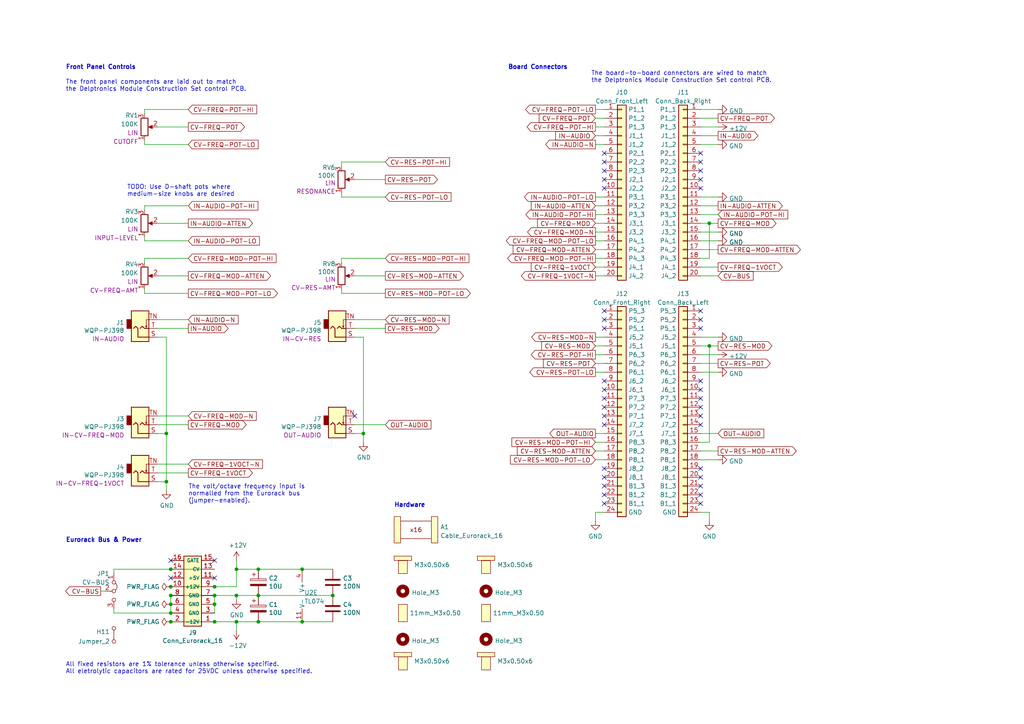
<source format=kicad_sch>
(kicad_sch (version 20211123) (generator eeschema)
  (paper "A4")
  (title_block (title "Front Panel & Power - Eurorack 4-Pole Filter") (date "2022-02-21") (rev "1.0") (company "Len Popp") (comment 1 "Copyright © 2022 Len Popp CC BY") (comment 2 "SSI2140 lowpass VCF module - Eurorack 10HP"))
  (lib_symbols
    (symbol "-lmp-holes:MountingHole_PCB_M3" (pin_names (offset 1.016)) (in_bom no)
      (property "Value" "MountingHole_PCB_M3" (at 0 3.175 0))
    )
    (symbol "-lmp-opamp:TL074" (pin_names (offset 0.127))
      (property "Reference" "U" (at 0 5.08 0))
      (property "Value" "TL074" (at 0 -5.08 0))
      (symbol "TL074_1_1"
        (pin output line (at 7.62 0 180) (length 2.54) (name "~") (number "1"))
        (pin input line (at -7.62 -2.54 0) (length 2.54) (name "-") (number "2"))
        (pin input line (at -7.62 2.54 0) (length 2.54) (name "+") (number "3"))
      )
      (symbol "TL074_2_1"
        (pin input line (at -7.62 2.54 0) (length 2.54) (name "+") (number "5"))
        (pin input line (at -7.62 -2.54 0) (length 2.54) (name "-") (number "6"))
        (pin output line (at 7.62 0 180) (length 2.54) (name "~") (number "7"))
      )
      (symbol "TL074_3_1"
        (pin input line (at -7.62 2.54 0) (length 2.54) (name "+") (number "10"))
        (pin output line (at 7.62 0 180) (length 2.54) (name "~") (number "8"))
        (pin input line (at -7.62 -2.54 0) (length 2.54) (name "-") (number "9"))
      )
      (symbol "TL074_4_1"
        (pin input line (at -7.62 2.54 0) (length 2.54) (name "+") (number "12"))
        (pin input line (at -7.62 -2.54 0) (length 2.54) (name "-") (number "13"))
        (pin output line (at 7.62 0 180) (length 2.54) (name "~") (number "14"))
      )
      (symbol "TL074_5_1"
        (pin power_in line (at -2.54 -7.62 90) (length 3.81) (name "V-") (number "11"))
        (pin power_in line (at -2.54 7.62 270) (length 3.81) (name "V+") (number "4"))
      )
    )
    (symbol "-lmp-power:+12V" (power) (pin_names (offset 0))
      (property "Value" "+12V" (at 0 3.556 0))
      (symbol "+12V_1_1"
        (pin power_in line (at 0 0 90) (length 0) hide (name "+12V") (number "1"))
      )
    )
    (symbol "-lmp-power:-12V" (power) (pin_names (offset 0))
      (property "Value" "-12V" (at 0 -3.556 0))
      (symbol "-12V_1_1"
        (pin power_in line (at 0 0 270) (length 0) hide (name "-12V") (number "1"))
      )
    )
    (symbol "-lmp-power:GND" (power) (pin_names (offset 0))
      (property "Value" "GND" (at 0 -3.81 0))
      (symbol "GND_1_1"
        (pin power_in line (at 0 0 270) (length 0) hide (name "GND") (number "1"))
      )
    )
    (symbol "-lmp-power:PWR_FLAG" (power) (pin_numbers hide) (pin_names (offset 0) hide)
      (property "Value" "PWR_FLAG" (at 0 3.81 0))
      (symbol "PWR_FLAG_0_0"
        (pin power_out line (at 0 0 90) (length 0) (name "pwr") (number "1"))
      )
    )
    (symbol "-lmp-synth:CP_10U" (pin_numbers hide) (pin_names (offset 0.254))
      (property "Reference" "C" (at 0.635 2.54 0))
      (property "Value" "CP_10U" (at 0.635 -2.54 0))
      (symbol "CP_10U_1_1"
        (pin passive line (at 0 3.81 270) (length 2.794) (name "~") (number "1"))
        (pin passive line (at 0 -3.81 90) (length 2.794) (name "~") (number "2"))
      )
    )
    (symbol "-lmp-synth:Cable_Eurorack_16" (on_board no)
      (property "Reference" "A" (at 0 8.255 0))
      (property "Value" "Cable_Eurorack_16" (at 0 5.715 0))
      (symbol "Cable_Eurorack_16_0_0"
        (text "x16" (at 0 0 0) (effects (font (size 1.27 1.27))))
      )
    )
    (symbol "-lmp-synth:Conn_Delptronics_Back_Left_8HP" (pin_names (offset 3.175)) (in_bom no)
      (property "Reference" "J" (at 0 30.48 0))
      (property "Value" "Conn_Delptronics_Back_Left_8HP" (at 0 -33.02 0))
      (symbol "Conn_Delptronics_Back_Left_8HP_1_1"
        (pin passive line (at -5.08 27.94 0) (length 3.81) (name "P5_3") (number "1"))
        (pin passive line (at -5.08 5.08 0) (length 3.81) (name "J6_1") (number "10"))
        (pin passive line (at -5.08 2.54 0) (length 3.81) (name "P7_3") (number "11"))
        (pin passive line (at -5.08 0 0) (length 3.81) (name "P7_2") (number "12"))
        (pin passive line (at -5.08 -2.54 0) (length 3.81) (name "P7_1") (number "13"))
        (pin passive line (at -5.08 -5.08 0) (length 3.81) (name "J7_2") (number "14"))
        (pin passive line (at -5.08 -7.62 0) (length 3.81) (name "J7_1") (number "15"))
        (pin passive line (at -5.08 -10.16 0) (length 3.81) (name "P8_3") (number "16"))
        (pin passive line (at -5.08 -12.7 0) (length 3.81) (name "P8_2") (number "17"))
        (pin passive line (at -5.08 -15.24 0) (length 3.81) (name "P8_1") (number "18"))
        (pin passive line (at -5.08 -17.78 0) (length 3.81) (name "J8_2") (number "19"))
        (pin passive line (at -5.08 25.4 0) (length 3.81) (name "P5_2") (number "2"))
        (pin passive line (at -5.08 -20.32 0) (length 3.81) (name "J8_1") (number "20"))
        (pin passive line (at -5.08 -22.86 0) (length 3.81) (name "B1_3") (number "21"))
        (pin passive line (at -5.08 -25.4 0) (length 3.81) (name "B1_2") (number "22"))
        (pin passive line (at -5.08 -27.94 0) (length 3.81) (name "B1_1") (number "23"))
        (pin power_in line (at -5.08 -30.48 0) (length 3.81) (name "GND") (number "24"))
        (pin passive line (at -5.08 22.86 0) (length 3.81) (name "P5_1") (number "3"))
        (pin passive line (at -5.08 20.32 0) (length 3.81) (name "J5_2") (number "4"))
        (pin passive line (at -5.08 17.78 0) (length 3.81) (name "J5_1") (number "5"))
        (pin passive line (at -5.08 15.24 0) (length 3.81) (name "P6_3") (number "6"))
        (pin passive line (at -5.08 12.7 0) (length 3.81) (name "P6_2") (number "7"))
        (pin passive line (at -5.08 10.16 0) (length 3.81) (name "P6_1") (number "8"))
        (pin passive line (at -5.08 7.62 0) (length 3.81) (name "J6_2") (number "9"))
      )
    )
    (symbol "-lmp-synth:Conn_Delptronics_Back_Right_Short" (pin_names (offset 3.175)) (in_bom no)
      (property "Reference" "J" (at 0 30.48 0))
      (property "Value" "Conn_Delptronics_Back_Right_Short" (at 0 -22.86 0))
      (symbol "Conn_Delptronics_Back_Right_Short_1_1"
        (pin passive line (at -5.08 27.94 0) (length 3.81) (name "P1_1") (number "1"))
        (pin passive line (at -5.08 5.08 0) (length 3.81) (name "J2_2") (number "10"))
        (pin passive line (at -5.08 2.54 0) (length 3.81) (name "P3_1") (number "11"))
        (pin passive line (at -5.08 0 0) (length 3.81) (name "P3_2") (number "12"))
        (pin passive line (at -5.08 -2.54 0) (length 3.81) (name "P3_3") (number "13"))
        (pin passive line (at -5.08 -5.08 0) (length 3.81) (name "J3_1") (number "14"))
        (pin passive line (at -5.08 -7.62 0) (length 3.81) (name "J3_2") (number "15"))
        (pin passive line (at -5.08 -10.16 0) (length 3.81) (name "P4_1") (number "16"))
        (pin passive line (at -5.08 -12.7 0) (length 3.81) (name "P4_2") (number "17"))
        (pin passive line (at -5.08 -15.24 0) (length 3.81) (name "P4_3") (number "18"))
        (pin passive line (at -5.08 -17.78 0) (length 3.81) (name "J4_1") (number "19"))
        (pin passive line (at -5.08 25.4 0) (length 3.81) (name "P1_2") (number "2"))
        (pin passive line (at -5.08 -20.32 0) (length 3.81) (name "J4_2") (number "20"))
        (pin passive line (at -5.08 22.86 0) (length 3.81) (name "P1_3") (number "3"))
        (pin passive line (at -5.08 20.32 0) (length 3.81) (name "J1_1") (number "4"))
        (pin passive line (at -5.08 17.78 0) (length 3.81) (name "J1_2") (number "5"))
        (pin passive line (at -5.08 15.24 0) (length 3.81) (name "P2_1") (number "6"))
        (pin passive line (at -5.08 12.7 0) (length 3.81) (name "P2_2") (number "7"))
        (pin passive line (at -5.08 10.16 0) (length 3.81) (name "P2_3") (number "8"))
        (pin passive line (at -5.08 7.62 0) (length 3.81) (name "J2_1") (number "9"))
      )
    )
    (symbol "-lmp-synth:Conn_Delptronics_Front_Left_8HP_Short" (pin_names (offset 3.175)) (in_bom no)
      (property "Reference" "J" (at 0 30.48 0))
      (property "Value" "Conn_Delptronics_Front_Left_8HP_Short" (at 0 -22.86 0))
      (symbol "Conn_Delptronics_Front_Left_8HP_Short_1_1"
        (pin passive line (at -5.08 27.94 0) (length 3.81) (name "P1_1") (number "1"))
        (pin passive line (at -5.08 5.08 0) (length 3.81) (name "J2_2") (number "10"))
        (pin passive line (at -5.08 2.54 0) (length 3.81) (name "P3_1") (number "11"))
        (pin passive line (at -5.08 0 0) (length 3.81) (name "P3_2") (number "12"))
        (pin passive line (at -5.08 -2.54 0) (length 3.81) (name "P3_3") (number "13"))
        (pin passive line (at -5.08 -5.08 0) (length 3.81) (name "J3_1") (number "14"))
        (pin passive line (at -5.08 -7.62 0) (length 3.81) (name "J3_2") (number "15"))
        (pin passive line (at -5.08 -10.16 0) (length 3.81) (name "P4_1") (number "16"))
        (pin passive line (at -5.08 -12.7 0) (length 3.81) (name "P4_2") (number "17"))
        (pin passive line (at -5.08 -15.24 0) (length 3.81) (name "P4_3") (number "18"))
        (pin passive line (at -5.08 -17.78 0) (length 3.81) (name "J4_1") (number "19"))
        (pin passive line (at -5.08 25.4 0) (length 3.81) (name "P1_2") (number "2"))
        (pin passive line (at -5.08 -20.32 0) (length 3.81) (name "J4_2") (number "20"))
        (pin passive line (at -5.08 22.86 0) (length 3.81) (name "P1_3") (number "3"))
        (pin passive line (at -5.08 20.32 0) (length 3.81) (name "J1_1") (number "4"))
        (pin passive line (at -5.08 17.78 0) (length 3.81) (name "J1_2") (number "5"))
        (pin passive line (at -5.08 15.24 0) (length 3.81) (name "P2_1") (number "6"))
        (pin passive line (at -5.08 12.7 0) (length 3.81) (name "P2_2") (number "7"))
        (pin passive line (at -5.08 10.16 0) (length 3.81) (name "P2_3") (number "8"))
        (pin passive line (at -5.08 7.62 0) (length 3.81) (name "J2_1") (number "9"))
      )
    )
    (symbol "-lmp-synth:Conn_Delptronics_Front_Right_8HP" (pin_names (offset 3.175)) (in_bom no)
      (property "Reference" "J" (at 0 30.48 0))
      (property "Value" "Conn_Delptronics_Front_Right_8HP" (at 0 -33.02 0))
      (symbol "Conn_Delptronics_Front_Right_8HP_1_1"
        (pin passive line (at -5.08 27.94 0) (length 3.81) (name "P5_3") (number "1"))
        (pin passive line (at -5.08 5.08 0) (length 3.81) (name "J6_1") (number "10"))
        (pin passive line (at -5.08 2.54 0) (length 3.81) (name "P7_3") (number "11"))
        (pin passive line (at -5.08 0 0) (length 3.81) (name "P7_2") (number "12"))
        (pin passive line (at -5.08 -2.54 0) (length 3.81) (name "P7_1") (number "13"))
        (pin passive line (at -5.08 -5.08 0) (length 3.81) (name "J7_2") (number "14"))
        (pin passive line (at -5.08 -7.62 0) (length 3.81) (name "J7_1") (number "15"))
        (pin passive line (at -5.08 -10.16 0) (length 3.81) (name "P8_3") (number "16"))
        (pin passive line (at -5.08 -12.7 0) (length 3.81) (name "P8_2") (number "17"))
        (pin passive line (at -5.08 -15.24 0) (length 3.81) (name "P8_1") (number "18"))
        (pin passive line (at -5.08 -17.78 0) (length 3.81) (name "J8_2") (number "19"))
        (pin passive line (at -5.08 25.4 0) (length 3.81) (name "P5_2") (number "2"))
        (pin passive line (at -5.08 -20.32 0) (length 3.81) (name "J8_1") (number "20"))
        (pin passive line (at -5.08 -22.86 0) (length 3.81) (name "B1_3") (number "21"))
        (pin passive line (at -5.08 -25.4 0) (length 3.81) (name "B1_2") (number "22"))
        (pin passive line (at -5.08 -27.94 0) (length 3.81) (name "B1_1") (number "23"))
        (pin power_in line (at -5.08 -30.48 0) (length 3.81) (name "GND") (number "24"))
        (pin passive line (at -5.08 22.86 0) (length 3.81) (name "P5_1") (number "3"))
        (pin passive line (at -5.08 20.32 0) (length 3.81) (name "J5_2") (number "4"))
        (pin passive line (at -5.08 17.78 0) (length 3.81) (name "J5_1") (number "5"))
        (pin passive line (at -5.08 15.24 0) (length 3.81) (name "P6_3") (number "6"))
        (pin passive line (at -5.08 12.7 0) (length 3.81) (name "P6_2") (number "7"))
        (pin passive line (at -5.08 10.16 0) (length 3.81) (name "P6_1") (number "8"))
        (pin passive line (at -5.08 7.62 0) (length 3.81) (name "J6_2") (number "9"))
      )
    )
    (symbol "-lmp-synth:Conn_Eurorack_Pwr_16"
      (property "Reference" "J" (at 1.27 10.16 0))
      (property "Value" "Conn_Eurorack_Pwr_16" (at 1.27 -12.7 0))
      (symbol "Conn_Eurorack_Pwr_16_1_1"
        (pin power_in line (at 7.62 -10.16 180) (length 3.81) (name "-12V") (number "1"))
        (pin power_in line (at -5.08 0 0) (length 3.81) (name "~") (number "10"))
        (pin power_in line (at 7.62 2.54 180) (length 3.81) (name "+5V") (number "11"))
        (pin power_in line (at -5.08 2.54 0) (length 3.81) (name "~") (number "12"))
        (pin bidirectional line (at 7.62 5.08 180) (length 3.81) (name "CV") (number "13"))
        (pin bidirectional line (at -5.08 5.08 0) (length 3.81) (name "~") (number "14"))
        (pin bidirectional line (at 7.62 7.62 180) (length 3.81) (name "GATE") (number "15"))
        (pin bidirectional line (at -5.08 7.62 0) (length 3.81) (name "~") (number "16"))
        (pin power_in line (at -5.08 -10.16 0) (length 3.81) (name "~") (number "2"))
        (pin power_in line (at 7.62 -7.62 180) (length 3.81) (name "GND") (number "3"))
        (pin power_in line (at -5.08 -7.62 0) (length 3.81) (name "~") (number "4"))
        (pin power_in line (at 7.62 -5.08 180) (length 3.81) (name "GND") (number "5"))
        (pin power_in line (at -5.08 -5.08 0) (length 3.81) (name "~") (number "6"))
        (pin power_in line (at 7.62 -2.54 180) (length 3.81) (name "GND") (number "7"))
        (pin power_in line (at -5.08 -2.54 0) (length 3.81) (name "~") (number "8"))
        (pin power_in line (at 7.62 0 180) (length 3.81) (name "+12V") (number "9"))
      )
    )
    (symbol "-lmp-synth:HW_Screw_M3x0.50x6" (pin_names (offset 1.016)) (on_board no)
      (property "Value" "HW_Screw_M3x0.50x6" (at 0 -5.08 0))
    )
    (symbol "-lmp-synth:HW_Standoff_F-F_11mm_M3x0.50" (pin_names (offset 1.016)) (on_board no)
      (property "Value" "HW_Standoff_F-F_11mm_M3x0.50" (at 0 -3.81 0))
    )
    (symbol "-lmp-synth:Jack_WQP-PJ398"
      (property "Reference" "J" (at 0 10.033 0))
      (property "Value" "Jack_WQP-PJ398" (at 0 7.62 0))
      (property "Label" "[label]" (at 0 5.207 0))
      (symbol "Jack_WQP-PJ398_1_1"
        (pin passive line (at 5.08 2.54 180) (length 2.54) (name "~") (number "S"))
        (pin passive line (at 5.08 0 180) (length 2.54) (name "~") (number "T"))
        (pin passive line (at 5.08 -2.54 180) (length 2.54) (name "~") (number "TN"))
      )
    )
    (symbol "-lmp-synth:R_POT_Panel_PCB_Alpha" (pin_names (offset 1.016) hide)
      (property "Reference" "RV" (at -9.144 0 90))
      (property "Value" "R_POT_Panel_PCB_Alpha" (at -7.239 0 90))
      (property "Value2" "[LIN/LOG]" (at -5.207 0 90))
      (property "Label" "[label]" (at -3.175 0 90))
      (symbol "R_POT_Panel_PCB_Alpha_1_1"
        (pin passive line (at 0 3.81 270) (length 1.27) (name "1") (number "1"))
        (pin passive line (at 3.81 0 180) (length 1.27) (name "2") (number "2"))
        (pin passive line (at 0 -3.81 90) (length 1.27) (name "3") (number "3"))
      )
    )
    (symbol "-lmp-synth:R_POT_TRIM_Panel_SongHuei" (pin_names (offset 1.016) hide)
      (property "Reference" "RV" (at -9.144 0 90))
      (property "Value" "R_POT_TRIM_Panel_SongHuei" (at -7.239 0 90))
      (property "Value2" "[LIN/LOG]" (at -5.207 0 90))
      (property "Label" "[label]" (at -3.175 0 90))
      (symbol "R_POT_TRIM_Panel_SongHuei_1_1"
        (pin passive line (at 0 3.81 270) (length 1.27) (name "1") (number "1"))
        (pin passive line (at 3.81 0 180) (length 1.27) (name "2") (number "2"))
        (pin passive line (at 0 -3.81 90) (length 1.27) (name "3") (number "3"))
      )
    )
    (symbol "-lmp:CC_100N" (pin_numbers hide) (pin_names (offset 0.254))
      (property "Reference" "C" (at 0.635 2.54 0))
      (property "Value" "CC_100N" (at 0.635 -2.54 0))
      (symbol "CC_100N_1_1"
        (pin passive line (at 0 3.81 270) (length 2.794) (name "~") (number "1"))
        (pin passive line (at 0 -3.81 90) (length 2.794) (name "~") (number "2"))
      )
    )
    (symbol "-lmp:Jumper_2" (pin_names (offset 0) hide) (on_board no)
      (property "Reference" "H" (at 0 2.54 0))
      (property "Value" "Jumper_2" (at 0 -2.286 0))
    )
    (symbol "-lmp:Jumper_Pins_3_Bridged12" (pin_names (offset 0) hide)
      (property "Reference" "JP" (at -2.54 -2.54 0))
      (property "Value" "Jumper_Pins_3_Bridged12" (at 0 2.794 0))
      (symbol "Jumper_Pins_3_Bridged12_1_1"
        (pin passive line (at -5.08 0 0) (length 2.032) (name "A") (number "1"))
        (pin input line (at 0 -2.54 90) (length 1.27) (name "C") (number "2"))
        (pin passive line (at 5.08 0 180) (length 2.032) (name "B") (number "3"))
      )
    )
  )
  (junction (at 62.23 170.18))
  (junction (at 205.74 64.77))
  (junction (at 74.93 165.1))
  (junction (at 48.26 125.73))
  (junction (at 105.41 125.73))
  (junction (at 62.23 180.34))
  (junction (at 49.53 175.26))
  (junction (at 62.23 175.26))
  (junction (at 62.23 172.72))
  (junction (at 48.26 139.7))
  (junction (at 87.63 180.34))
  (junction (at 49.53 172.72))
  (junction (at 74.93 180.34))
  (junction (at 49.53 180.34))
  (junction (at 205.74 100.33))
  (junction (at 49.53 170.18))
  (junction (at 49.53 177.8))
  (junction (at 49.53 165.1))
  (junction (at 96.52 172.72))
  (junction (at 68.58 172.72))
  (junction (at 87.63 165.1))
  (junction (at 68.58 165.1))
  (junction (at 74.93 172.72))
  (junction (at 68.58 180.34))
  (no_connect (at 203.2 115.57))
  (no_connect (at 203.2 54.61))
  (no_connect (at 49.53 167.64))
  (no_connect (at 175.26 113.03))
  (no_connect (at 203.2 90.17))
  (no_connect (at 203.2 140.97))
  (no_connect (at 203.2 52.07))
  (no_connect (at 203.2 135.89))
  (no_connect (at 203.2 123.19))
  (no_connect (at 175.26 123.19))
  (no_connect (at 203.2 110.49))
  (no_connect (at 175.26 90.17))
  (no_connect (at 175.26 92.71))
  (no_connect (at 175.26 95.25))
  (no_connect (at 203.2 120.65))
  (no_connect (at 62.23 167.64))
  (no_connect (at 175.26 110.49))
  (no_connect (at 175.26 54.61))
  (no_connect (at 203.2 44.45))
  (no_connect (at 62.23 162.56))
  (no_connect (at 175.26 115.57))
  (no_connect (at 203.2 95.25))
  (no_connect (at 49.53 162.56))
  (no_connect (at 175.26 143.51))
  (no_connect (at 175.26 52.07))
  (no_connect (at 203.2 92.71))
  (no_connect (at 203.2 49.53))
  (no_connect (at 203.2 113.03))
  (no_connect (at 203.2 143.51))
  (no_connect (at 203.2 46.99))
  (no_connect (at 175.26 118.11))
  (no_connect (at 175.26 49.53))
  (no_connect (at 175.26 135.89))
  (no_connect (at 203.2 138.43))
  (no_connect (at 175.26 138.43))
  (no_connect (at 203.2 146.05))
  (no_connect (at 175.26 120.65))
  (no_connect (at 102.87 120.65))
  (no_connect (at 175.26 44.45))
  (no_connect (at 175.26 46.99))
  (no_connect (at 203.2 118.11))
  (no_connect (at 175.26 146.05))
  (no_connect (at 175.26 140.97))
  (wire (pts (xy 68.58 180.34) (xy 74.93 180.34)))
  (wire (pts (xy 45.72 120.65) (xy 54.61 120.65)))
  (wire (pts (xy 33.02 165.1) (xy 49.53 165.1)))
  (wire (pts (xy 203.2 128.27) (xy 205.74 128.27)))
  (wire (pts (xy 87.63 180.34) (xy 96.52 180.34)))
  (wire (pts (xy 203.2 64.77) (xy 205.74 64.77)))
  (wire (pts (xy 41.91 40.64) (xy 41.91 41.91)))
  (wire (pts (xy 74.93 180.34) (xy 87.63 180.34)))
  (wire (pts (xy 48.26 139.7) (xy 48.26 142.24)))
  (wire (pts (xy 172.72 148.59) (xy 175.26 148.59)))
  (wire (pts (xy 41.91 59.69) (xy 41.91 60.96)))
  (wire (pts (xy 172.72 74.93) (xy 175.26 74.93)))
  (wire (pts (xy 68.58 172.72) (xy 68.58 173.99)))
  (wire (pts (xy 203.2 62.23) (xy 208.28 62.23)))
  (wire (pts (xy 203.2 72.39) (xy 208.28 72.39)))
  (wire (pts (xy 203.2 41.91) (xy 208.28 41.91)))
  (wire (pts (xy 87.63 165.1) (xy 96.52 165.1)))
  (wire (pts (xy 99.06 46.99) (xy 111.76 46.99)))
  (wire (pts (xy 172.72 69.85) (xy 175.26 69.85)))
  (wire (pts (xy 62.23 177.8) (xy 62.23 175.26)))
  (wire (pts (xy 41.91 31.75) (xy 54.61 31.75)))
  (wire (pts (xy 203.2 80.01) (xy 208.28 80.01)))
  (wire (pts (xy 41.91 74.93) (xy 41.91 76.2)))
  (wire (pts (xy 102.87 80.01) (xy 111.76 80.01)))
  (wire (pts (xy 203.2 77.47) (xy 208.28 77.47)))
  (wire (pts (xy 172.72 125.73) (xy 175.26 125.73)))
  (wire (pts (xy 49.53 175.26) (xy 49.53 172.72)))
  (wire (pts (xy 172.72 80.01) (xy 175.26 80.01)))
  (wire (pts (xy 74.93 172.72) (xy 96.52 172.72)))
  (wire (pts (xy 45.72 80.01) (xy 54.61 80.01)))
  (wire (pts (xy 203.2 125.73) (xy 208.28 125.73)))
  (wire (pts (xy 99.06 85.09) (xy 99.06 83.82)))
  (wire (pts (xy 62.23 172.72) (xy 68.58 172.72)))
  (wire (pts (xy 172.72 57.15) (xy 175.26 57.15)))
  (wire (pts (xy 172.72 130.81) (xy 175.26 130.81)))
  (wire (pts (xy 203.2 69.85) (xy 208.28 69.85)))
  (wire (pts (xy 172.72 100.33) (xy 175.26 100.33)))
  (wire (pts (xy 102.87 125.73) (xy 105.41 125.73)))
  (wire (pts (xy 48.26 97.79) (xy 48.26 125.73)))
  (wire (pts (xy 203.2 97.79) (xy 208.28 97.79)))
  (wire (pts (xy 205.74 100.33) (xy 208.28 100.33)))
  (wire (pts (xy 45.72 36.83) (xy 54.61 36.83)))
  (wire (pts (xy 68.58 165.1) (xy 74.93 165.1)))
  (wire (pts (xy 172.72 107.95) (xy 175.26 107.95)))
  (wire (pts (xy 102.87 52.07) (xy 111.76 52.07)))
  (wire (pts (xy 45.72 123.19) (xy 54.61 123.19)))
  (wire (pts (xy 172.72 67.31) (xy 175.26 67.31)))
  (wire (pts (xy 172.72 34.29) (xy 175.26 34.29)))
  (wire (pts (xy 62.23 172.72) (xy 62.23 175.26)))
  (wire (pts (xy 41.91 85.09) (xy 41.91 83.82)))
  (wire (pts (xy 45.72 97.79) (xy 48.26 97.79)))
  (wire (pts (xy 203.2 31.75) (xy 208.28 31.75)))
  (wire (pts (xy 172.72 128.27) (xy 175.26 128.27)))
  (wire (pts (xy 49.53 180.34) (xy 62.23 180.34)))
  (wire (pts (xy 203.2 57.15) (xy 208.28 57.15)))
  (wire (pts (xy 102.87 97.79) (xy 105.41 97.79)))
  (wire (pts (xy 203.2 39.37) (xy 208.28 39.37)))
  (wire (pts (xy 205.74 100.33) (xy 205.74 128.27)))
  (wire (pts (xy 172.72 59.69) (xy 175.26 59.69)))
  (wire (pts (xy 99.06 48.26) (xy 99.06 46.99)))
  (wire (pts (xy 45.72 64.77) (xy 54.61 64.77)))
  (wire (pts (xy 203.2 59.69) (xy 208.28 59.69)))
  (wire (pts (xy 49.53 165.1) (xy 62.23 165.1)))
  (wire (pts (xy 33.02 165.1) (xy 33.02 166.37)))
  (wire (pts (xy 203.2 130.81) (xy 208.28 130.81)))
  (wire (pts (xy 203.2 36.83) (xy 208.28 36.83)))
  (wire (pts (xy 172.72 77.47) (xy 175.26 77.47)))
  (wire (pts (xy 45.72 139.7) (xy 48.26 139.7)))
  (wire (pts (xy 203.2 102.87) (xy 208.28 102.87)))
  (wire (pts (xy 172.72 64.77) (xy 175.26 64.77)))
  (wire (pts (xy 45.72 95.25) (xy 54.61 95.25)))
  (wire (pts (xy 172.72 39.37) (xy 175.26 39.37)))
  (wire (pts (xy 41.91 74.93) (xy 54.61 74.93)))
  (wire (pts (xy 45.72 125.73) (xy 48.26 125.73)))
  (wire (pts (xy 203.2 133.35) (xy 208.28 133.35)))
  (wire (pts (xy 102.87 95.25) (xy 111.76 95.25)))
  (wire (pts (xy 49.53 172.72) (xy 62.23 172.72)))
  (wire (pts (xy 41.91 41.91) (xy 54.61 41.91)))
  (wire (pts (xy 205.74 64.77) (xy 205.74 74.93)))
  (wire (pts (xy 29.21 171.45) (xy 30.48 171.45)))
  (wire (pts (xy 99.06 55.88) (xy 99.06 57.15)))
  (wire (pts (xy 33.02 177.8) (xy 33.02 176.53)))
  (wire (pts (xy 172.72 31.75) (xy 175.26 31.75)))
  (wire (pts (xy 172.72 36.83) (xy 175.26 36.83)))
  (wire (pts (xy 203.2 67.31) (xy 208.28 67.31)))
  (wire (pts (xy 68.58 182.88) (xy 68.58 180.34)))
  (wire (pts (xy 99.06 85.09) (xy 111.76 85.09)))
  (wire (pts (xy 102.87 123.19) (xy 111.76 123.19)))
  (wire (pts (xy 33.02 177.8) (xy 49.53 177.8)))
  (wire (pts (xy 49.53 177.8) (xy 49.53 175.26)))
  (wire (pts (xy 172.72 133.35) (xy 175.26 133.35)))
  (wire (pts (xy 203.2 107.95) (xy 208.28 107.95)))
  (wire (pts (xy 205.74 151.13) (xy 205.74 148.59)))
  (wire (pts (xy 172.72 151.13) (xy 172.72 148.59)))
  (wire (pts (xy 41.91 69.85) (xy 41.91 68.58)))
  (wire (pts (xy 41.91 33.02) (xy 41.91 31.75)))
  (wire (pts (xy 105.41 97.79) (xy 105.41 125.73)))
  (wire (pts (xy 41.91 59.69) (xy 54.61 59.69)))
  (wire (pts (xy 74.93 165.1) (xy 87.63 165.1)))
  (wire (pts (xy 172.72 102.87) (xy 175.26 102.87)))
  (wire (pts (xy 172.72 72.39) (xy 175.26 72.39)))
  (wire (pts (xy 172.72 97.79) (xy 175.26 97.79)))
  (wire (pts (xy 62.23 170.18) (xy 49.53 170.18)))
  (wire (pts (xy 62.23 170.18) (xy 68.58 170.18)))
  (wire (pts (xy 203.2 74.93) (xy 205.74 74.93)))
  (wire (pts (xy 48.26 139.7) (xy 48.26 125.73)))
  (wire (pts (xy 172.72 62.23) (xy 175.26 62.23)))
  (wire (pts (xy 205.74 148.59) (xy 203.2 148.59)))
  (wire (pts (xy 41.91 69.85) (xy 54.61 69.85)))
  (wire (pts (xy 41.91 85.09) (xy 54.61 85.09)))
  (wire (pts (xy 102.87 92.71) (xy 111.76 92.71)))
  (wire (pts (xy 45.72 92.71) (xy 54.61 92.71)))
  (wire (pts (xy 203.2 105.41) (xy 208.28 105.41)))
  (wire (pts (xy 205.74 64.77) (xy 208.28 64.77)))
  (wire (pts (xy 45.72 137.16) (xy 54.61 137.16)))
  (wire (pts (xy 172.72 105.41) (xy 175.26 105.41)))
  (wire (pts (xy 99.06 76.2) (xy 99.06 74.93)))
  (wire (pts (xy 45.72 134.62) (xy 54.61 134.62)))
  (wire (pts (xy 99.06 57.15) (xy 111.76 57.15)))
  (wire (pts (xy 203.2 100.33) (xy 205.74 100.33)))
  (wire (pts (xy 105.41 125.73) (xy 105.41 128.27)))
  (wire (pts (xy 62.23 180.34) (xy 68.58 180.34)))
  (wire (pts (xy 68.58 165.1) (xy 68.58 170.18)))
  (wire (pts (xy 203.2 34.29) (xy 208.28 34.29)))
  (wire (pts (xy 99.06 74.93) (xy 111.76 74.93)))
  (wire (pts (xy 172.72 41.91) (xy 175.26 41.91)))
  (wire (pts (xy 68.58 165.1) (xy 68.58 162.56)))
  (wire (pts (xy 68.58 172.72) (xy 74.93 172.72)))
  (text "Hardware" (at 114.3 147.32 0) (effects (font (size 1.27 1.27) (thickness 0.254) bold) (justify left bottom)))
  (text "All fixed resistors are 1% tolerance unless otherwise specified.\nAll eletrolytic capacitors are rated for 25VDC unless otherwise specified." (at 19.05 195.58 0) (effects (font (size 1.27 1.27)) (justify left bottom)))
  (text "The front panel components are laid out to match \nthe Delptronics Module Construction Set control PCB." (at 19.05 26.67 0) (effects (font (size 1.27 1.27)) (justify left bottom)))
  (text "Front Panel Controls" (at 19.05 20.32 0) (effects (font (size 1.27 1.27) (thickness 0.254) bold) (justify left bottom)))
  (text "Board Connectors" (at 147.32 20.32 0) (effects (font (size 1.27 1.27) (thickness 0.254) bold) (justify left bottom)))
  (text "The board-to-board connectors are wired to match \nthe Delptronics Module Construction Set control PCB." (at 171.45 24.13 0) (effects (font (size 1.27 1.27)) (justify left bottom)))
  (text "The volt/octave frequency input is \nnormalled from the Eurorack bus \n(jumper-enabled)." (at 54.61 146.05 0) (effects (font (size 1.27 1.27)) (justify left bottom)))
  (text "Eurorack Bus & Power" (at 19.05 157.48 0) (effects (font (size 1.27 1.27) (thickness 0.254) bold) (justify left bottom)))
  (text "TODO: Use D-shaft pots where \nmedium-size knobs are desired" (at 36.83 57.15 0) (effects (font (size 1.27 1.27)) (justify left bottom)))
  (global_label "CV-RES-POT-LO" (shape input) (at 111.76 57.15 0) (property "Intersheet References" "${INTERSHEET_REFS}" (effects hide)))
  (global_label "CV-RES-MOD-ATTEN" (shape input) (at 172.72 130.81 180) (property "Intersheet References" "${INTERSHEET_REFS}" (effects hide)))
  (global_label "CV-RES-MOD" (shape output) (at 111.76 95.25 0) (property "Intersheet References" "${INTERSHEET_REFS}" (effects hide)))
  (global_label "CV-FREQ-POT" (shape output) (at 54.61 36.83 0) (property "Intersheet References" "${INTERSHEET_REFS}" (effects hide)))
  (global_label "CV-RES-MOD" (shape input) (at 172.72 100.33 180) (property "Intersheet References" "${INTERSHEET_REFS}" (effects hide)))
  (global_label "CV-FREQ-MOD" (shape output) (at 54.61 123.19 0) (property "Intersheet References" "${INTERSHEET_REFS}" (effects hide)))
  (global_label "IN-AUDIO-POT-LO" (shape input) (at 54.61 69.85 0) (property "Intersheet References" "${INTERSHEET_REFS}" (effects hide)))
  (global_label "CV-RES-POT-LO" (shape output) (at 172.72 107.95 180) (property "Intersheet References" "${INTERSHEET_REFS}" (effects hide)))
  (global_label "CV-FREQ-POT" (shape input) (at 172.72 34.29 180) (property "Intersheet References" "${INTERSHEET_REFS}" (effects hide)))
  (global_label "CV-FREQ-1VOCT-N" (shape input) (at 54.61 134.62 0) (property "Intersheet References" "${INTERSHEET_REFS}" (effects hide)))
  (global_label "CV-FREQ-MOD-POT-HI" (shape input) (at 54.61 74.93 0) (property "Intersheet References" "${INTERSHEET_REFS}" (effects hide)))
  (global_label "IN-AUDIO-POT-HI" (shape input) (at 54.61 59.69 0) (property "Intersheet References" "${INTERSHEET_REFS}" (effects hide)))
  (global_label "CV-RES-MOD-POT-LO" (shape output) (at 111.76 85.09 0) (property "Intersheet References" "${INTERSHEET_REFS}" (effects hide)))
  (global_label "CV-RES-POT" (shape input) (at 172.72 105.41 180) (property "Intersheet References" "${INTERSHEET_REFS}" (effects hide)))
  (global_label "CV-RES-MOD-N" (shape output) (at 172.72 97.79 180) (property "Intersheet References" "${INTERSHEET_REFS}" (effects hide)))
  (global_label "CV-FREQ-POT-HI" (shape input) (at 54.61 31.75 0) (property "Intersheet References" "${INTERSHEET_REFS}" (effects hide)))
  (global_label "CV-RES-POT" (shape output) (at 111.76 52.07 0) (property "Intersheet References" "${INTERSHEET_REFS}" (effects hide)))
  (global_label "CV-FREQ-MOD-POT-HI" (shape output) (at 172.72 74.93 180) (property "Intersheet References" "${INTERSHEET_REFS}" (effects hide)))
  (global_label "CV-FREQ-1VOCT" (shape input) (at 172.72 77.47 180) (property "Intersheet References" "${INTERSHEET_REFS}" (effects hide)))
  (global_label "CV-FREQ-MOD" (shape input) (at 172.72 64.77 180) (property "Intersheet References" "${INTERSHEET_REFS}" (effects hide)))
  (global_label "CV-FREQ-MOD-N" (shape output) (at 172.72 67.31 180) (property "Intersheet References" "${INTERSHEET_REFS}" (effects hide)))
  (global_label "IN-AUDIO-ATTEN" (shape input) (at 172.72 59.69 180) (property "Intersheet References" "${INTERSHEET_REFS}" (effects hide)))
  (global_label "IN-AUDIO-POT-LO" (shape output) (at 172.72 57.15 180) (property "Intersheet References" "${INTERSHEET_REFS}" (effects hide)))
  (global_label "CV-FREQ-1VOCT" (shape output) (at 208.28 77.47 0) (property "Intersheet References" "${INTERSHEET_REFS}" (effects hide)))
  (global_label "IN-AUDIO" (shape input) (at 172.72 39.37 180) (property "Intersheet References" "${INTERSHEET_REFS}" (effects hide)))
  (global_label "CV-RES-POT" (shape output) (at 208.28 105.41 0) (property "Intersheet References" "${INTERSHEET_REFS}" (effects hide)))
  (global_label "CV-RES-POT-HI" (shape output) (at 172.72 102.87 180) (property "Intersheet References" "${INTERSHEET_REFS}" (effects hide)))
  (global_label "IN-AUDIO" (shape output) (at 54.61 95.25 0) (property "Intersheet References" "${INTERSHEET_REFS}" (effects hide)))
  (global_label "OUT-AUDIO" (shape input) (at 208.28 125.73 0) (property "Intersheet References" "${INTERSHEET_REFS}" (effects hide)))
  (global_label "IN-AUDIO-POT-HI" (shape input) (at 208.28 62.23 0) (property "Intersheet References" "${INTERSHEET_REFS}" (effects hide)))
  (global_label "IN-AUDIO-ATTEN" (shape output) (at 54.61 64.77 0) (property "Intersheet References" "${INTERSHEET_REFS}" (effects hide)))
  (global_label "CV-FREQ-POT-LO" (shape input) (at 54.61 41.91 0) (property "Intersheet References" "${INTERSHEET_REFS}" (effects hide)))
  (global_label "CV-RES-MOD-POT-HI" (shape input) (at 111.76 74.93 0) (property "Intersheet References" "${INTERSHEET_REFS}" (effects hide)))
  (global_label "IN-AUDIO-N" (shape input) (at 54.61 92.71 0) (property "Intersheet References" "${INTERSHEET_REFS}" (effects hide)))
  (global_label "CV-FREQ-POT-HI" (shape output) (at 172.72 36.83 180) (property "Intersheet References" "${INTERSHEET_REFS}" (effects hide)))
  (global_label "CV-FREQ-MOD-ATTEN" (shape output) (at 54.61 80.01 0) (property "Intersheet References" "${INTERSHEET_REFS}" (effects hide)))
  (global_label "CV-RES-MOD-ATTEN" (shape output) (at 111.76 80.01 0) (property "Intersheet References" "${INTERSHEET_REFS}" (effects hide)))
  (global_label "CV-BUS" (shape input) (at 208.28 80.01 0) (property "Intersheet References" "${INTERSHEET_REFS}" (effects hide)))
  (global_label "CV-BUS" (shape output) (at 29.21 171.45 180) (property "Intersheet References" "${INTERSHEET_REFS}" (effects hide)))
  (global_label "CV-FREQ-MOD-POT-LO" (shape output) (at 54.61 85.09 0) (property "Intersheet References" "${INTERSHEET_REFS}" (effects hide)))
  (global_label "OUT-AUDIO" (shape output) (at 172.72 125.73 180) (property "Intersheet References" "${INTERSHEET_REFS}" (effects hide)))
  (global_label "CV-FREQ-POT" (shape output) (at 208.28 34.29 0) (property "Intersheet References" "${INTERSHEET_REFS}" (effects hide)))
  (global_label "OUT-AUDIO" (shape input) (at 111.76 123.19 0) (property "Intersheet References" "${INTERSHEET_REFS}" (effects hide)))
  (global_label "CV-FREQ-MOD-POT-LO" (shape output) (at 172.72 69.85 180) (property "Intersheet References" "${INTERSHEET_REFS}" (effects hide)))
  (global_label "CV-FREQ-POT-LO" (shape output) (at 172.72 31.75 180) (property "Intersheet References" "${INTERSHEET_REFS}" (effects hide)))
  (global_label "IN-AUDIO-N" (shape output) (at 172.72 41.91 180) (property "Intersheet References" "${INTERSHEET_REFS}" (effects hide)))
  (global_label "CV-FREQ-MOD" (shape output) (at 208.28 64.77 0) (property "Intersheet References" "${INTERSHEET_REFS}" (effects hide)))
  (global_label "CV-RES-POT-HI" (shape input) (at 111.76 46.99 0) (property "Intersheet References" "${INTERSHEET_REFS}" (effects hide)))
  (global_label "IN-AUDIO-ATTEN" (shape output) (at 208.28 59.69 0) (property "Intersheet References" "${INTERSHEET_REFS}" (effects hide)))
  (global_label "CV-RES-MOD" (shape output) (at 208.28 100.33 0) (property "Intersheet References" "${INTERSHEET_REFS}" (effects hide)))
  (global_label "CV-FREQ-1VOCT" (shape output) (at 54.61 137.16 0) (property "Intersheet References" "${INTERSHEET_REFS}" (effects hide)))
  (global_label "CV-FREQ-MOD-ATTEN" (shape output) (at 208.28 72.39 0) (property "Intersheet References" "${INTERSHEET_REFS}" (effects hide)))
  (global_label "CV-RES-MOD-ATTEN" (shape output) (at 208.28 130.81 0) (property "Intersheet References" "${INTERSHEET_REFS}" (effects hide)))
  (global_label "CV-RES-MOD-N" (shape input) (at 111.76 92.71 0) (property "Intersheet References" "${INTERSHEET_REFS}" (effects hide)))
  (global_label "IN-AUDIO-POT-HI" (shape output) (at 172.72 62.23 180) (property "Intersheet References" "${INTERSHEET_REFS}" (effects hide)))
  (global_label "CV-FREQ-MOD-N" (shape input) (at 54.61 120.65 0) (property "Intersheet References" "${INTERSHEET_REFS}" (effects hide)))
  (global_label "CV-FREQ-1VOCT-N" (shape output) (at 172.72 80.01 180) (property "Intersheet References" "${INTERSHEET_REFS}" (effects hide)))
  (global_label "CV-FREQ-MOD-ATTEN" (shape input) (at 172.72 72.39 180) (property "Intersheet References" "${INTERSHEET_REFS}" (effects hide)))
  (global_label "CV-RES-MOD-POT-LO" (shape input) (at 172.72 133.35 180) (property "Intersheet References" "${INTERSHEET_REFS}" (effects hide)))
  (global_label "IN-AUDIO" (shape output) (at 208.28 39.37 0) (property "Intersheet References" "${INTERSHEET_REFS}" (effects hide)))
  (global_label "CV-RES-MOD-POT-HI" (shape input) (at 172.72 128.27 180) (property "Intersheet References" "${INTERSHEET_REFS}" (effects hide)))
  (symbol (lib_id "-lmp-synth:Conn_Eurorack_Pwr_16") (at 54.61 170.18 0) (unit 1)
    (property "Reference" "J9" (at 55.88 183.515 0))
    (property "Value" "Conn_Eurorack_16" (at 55.88 185.8264 0))
    (property "Footprint" "-lmp-synth:IDC-Header-Eurorack-16-TH" (effects hide))
    (property "Datasheet" "https://www.mouser.ca/datasheet/2/445/61201621621-1717735.pdf" (effects hide))
    (property "Manufacturer" "Wurth Elektronik" (effects hide))
    (property "ManufacturerPartNum" "61201621621" (effects hide))
    (property "Distributor" "Mouser" (effects hide))
    (property "DistributorPartNum" "710-61201621621" (effects hide))
    (property "DistributorPartLink" "https://www.mouser.ca/ProductDetail/Wurth-Elektronik/61201621621?qs=ZtY9WdtwX55qFf4n3EFuaA%3D%3D" (effects hide))
  )
  (symbol (lib_id "-lmp-power:PWR_FLAG") (at 49.53 170.18 90) (unit 1)
    (property "Reference" "#FLG0110" (effects hide))
    (property "Value" "PWR_FLAG" (at 46.3042 170.18 90) (effects (justify left)))
  )
  (symbol (lib_id "-lmp-power:PWR_FLAG") (at 49.53 175.26 90) (unit 1)
    (property "Reference" "#FLG0109" (effects hide))
    (property "Value" "PWR_FLAG" (at 46.3042 175.26 90) (effects (justify left)))
  )
  (symbol (lib_id "-lmp-power:PWR_FLAG") (at 49.53 180.34 90) (unit 1)
    (property "Reference" "#FLG0108" (effects hide))
    (property "Value" "PWR_FLAG" (at 46.3042 180.34 90) (effects (justify left)))
  )
  (symbol (lib_id "-lmp-synth:CP_10U") (at 74.93 168.91 0) (unit 1)
    (property "Reference" "C2" (at 77.9272 167.7416 0) (effects (justify left)))
    (property "Value" "10U" (at 77.9272 170.053 0) (effects (justify left)))
    (property "Footprint" "-lmp-misc:CP_Radial_D4.0mm_P1.50mm" (effects hide))
    (property "Datasheet" "https://industrial.panasonic.com/cdbs/www-data/pdf/RDF0000/ABA0000C1209.pdf" (effects hide))
    (property "Manufacturer" "Panasonic" (effects hide))
    (property "ManufacturerPartNum" "EEA-FC1E100" (effects hide))
    (property "Distributor" "Mouser" (effects hide))
    (property "DistributorPartNum" "667-EEA-FC1E100" (effects hide))
    (property "DistributorPartLink" "https://www.mouser.ca/ProductDetail/Panasonic/EEA-FC1E100?qs=nLJruSqDb94EJwiFQJd4iw%3D%3D" (effects hide))
    (property "Value2" "25 VDC" (effects hide))
    (property "Note " "12 V decoupling" (effects hide))
  )
  (symbol (lib_id "-lmp-synth:CP_10U") (at 74.93 176.53 0) (unit 1)
    (property "Reference" "C1" (at 77.9272 175.3616 0) (effects (justify left)))
    (property "Value" "10U" (at 77.9272 177.673 0) (effects (justify left)))
    (property "Footprint" "-lmp-misc:CP_Radial_D4.0mm_P1.50mm" (effects hide))
    (property "Datasheet" "https://industrial.panasonic.com/cdbs/www-data/pdf/RDF0000/ABA0000C1209.pdf" (effects hide))
    (property "Manufacturer" "Panasonic" (effects hide))
    (property "ManufacturerPartNum" "EEA-FC1E100" (effects hide))
    (property "Distributor" "Mouser" (effects hide))
    (property "DistributorPartNum" "667-EEA-FC1E100" (effects hide))
    (property "DistributorPartLink" "https://www.mouser.ca/ProductDetail/Panasonic/EEA-FC1E100?qs=nLJruSqDb94EJwiFQJd4iw%3D%3D" (effects hide))
    (property "Note " "12 V decoupling" (effects hide))
    (property "Value2" "25 VDC" (effects hide))
  )
  (symbol (lib_id "-lmp-power:GND") (at 68.58 173.99 0) (unit 1)
    (property "Reference" "#PWR0120" (effects hide))
    (property "Value" "GND" (at 68.707 178.3842 0))
  )
  (symbol (lib_id "-lmp-power:+12V") (at 68.58 162.56 0) (unit 1)
    (property "Reference" "#PWR0119" (effects hide))
    (property "Value" "+12V" (at 68.961 158.1658 0))
  )
  (symbol (lib_id "-lmp-power:-12V") (at 68.58 182.88 0) (unit 1)
    (property "Reference" "#PWR0121" (effects hide))
    (property "Value" "-12V" (at 68.961 187.2742 0))
  )
  (symbol (lib_id "-lmp-synth:R_POT_Panel_PCB_Alpha") (at 41.91 64.77 0) (mirror x) (unit 1)
    (property "Reference" "RV3" (at 40.132 61.3984 0) (effects (justify right)))
    (property "Value" "100K" (at 40.132 63.9353 0) (effects (justify right)))
    (property "Footprint" "-lmp-synth:Potentiometer_Alpha_RD901F-40-00D_Single_Vertical" (effects hide))
    (property "Datasheet" "https://www.mouser.ca/datasheet/2/13/alpha_taiwan_08192019_RD901F-40-15R1-B(resistance_-1627810.pdf" (effects hide))
    (property "Value2" "LIN" (at 40.132 66.4722 0) (effects (justify right)))
    (property "Label" "INPUT-LEVEL" (at 40.132 69.0091 0) (effects (justify right)))
    (property "Manufacturer" "Alpha" (effects hide))
    (property "ManufacturerPartNum" "RD901F-*" (effects hide))
    (property "Distributor" "Thonk" (effects hide))
    (property "DistributorPartNum" "Group_Pot_Alpha_6.35mm" (effects hide))
    (property "DistributorPartLink" "https://www.thonk.co.uk/shop/alpha-9mm-pots/" (effects hide))
    (property "Distributor2" "Mouser" (effects hide))
    (property "Distributor3" "SynthCube" (effects hide))
    (property "DistributorPartLink2" "https://www.mouser.ca/c/passive-components/potentiometers-trimmers-rheostats/potentiometers/?q=RD901F&orientation=Vertical" (effects hide))
    (property "DistributorPartLink3" "https://synthcube.com/cart/alpha-9mm-potentiometer-right-angle-pcb-mount-6-35mm-round-shaft" (effects hide))
    (property "DistributorPartNum2" "311-1940F-*" (effects hide))
    (property "DistributorPartNum3" "9MMALPHAPOTMSTR" (effects hide))
  )
  (symbol (lib_id "-lmp-synth:Jack_WQP-PJ398") (at 40.64 95.25 0) (mirror x) (unit 1)
    (property "Reference" "J1" (at 36.068 93.5482 0) (effects (justify right)))
    (property "Value" "WQP-PJ398" (at 36.068 95.8596 0) (effects (justify right)))
    (property "Footprint" "-lmp-synth:Jack_3.5mm_QingPu_WQP-PJ398SM_Vertical" (effects hide))
    (property "Datasheet" "http://www.qingpu-electronics.com/en/products/WQP-PJ398SM-362.html" (effects hide))
    (property "Label" "IN-AUDIO" (at 36.068 98.298 0) (effects (justify right)))
    (property "Manufacturer" "QingPu / Thonk" (effects hide))
    (property "ManufacturerPartNum" "PJ398SM / WQP518MA" (effects hide))
    (property "Distributor" "Thonk" (effects hide))
    (property "DistributorPartNum" "PJ398SM" (effects hide))
    (property "DistributorPartLink" "https://www.thonk.co.uk/shop/thonkiconn/" (effects hide))
    (property "Distributor2" "SynthCube" (effects hide))
    (property "Distributor3" "Adafruit" (effects hide))
    (property "DistributorPartLink2" "https://synthcube.com/cart/3-5mm-euro-jacks" (effects hide))
    (property "DistributorPartLink3" "https://www.adafruit.com/product/4031" (effects hide))
    (property "DistributorPartNum2" "WQP518MA" (effects hide))
    (property "DistributorPartNum3" "4031" (effects hide))
  )
  (symbol (lib_id "-lmp-synth:R_POT_Panel_PCB_Alpha") (at 41.91 36.83 0) (mirror x) (unit 1)
    (property "Reference" "RV1" (at 40.1321 33.4584 0) (effects (justify right)))
    (property "Value" "100K" (at 40.1321 35.9953 0) (effects (justify right)))
    (property "Footprint" "-lmp-synth:Potentiometer_Alpha_RD901F-40-00D_Single_Vertical" (effects hide))
    (property "Datasheet" "https://www.mouser.ca/datasheet/2/13/alpha_taiwan_08192019_RD901F-40-15R1-B(resistance_-1627810.pdf" (effects hide))
    (property "Value2" "LIN" (at 40.1321 38.5322 0) (effects (justify right)))
    (property "Label" "CUTOFF" (at 40.1321 41.0691 0) (effects (justify right)))
    (property "Manufacturer" "Alpha" (effects hide))
    (property "ManufacturerPartNum" "RD901F-*" (effects hide))
    (property "Distributor" "Thonk" (effects hide))
    (property "DistributorPartNum" "Group_Pot_Alpha_6.35mm" (effects hide))
    (property "DistributorPartLink" "https://www.thonk.co.uk/shop/alpha-9mm-pots/" (effects hide))
    (property "Distributor2" "Mouser" (effects hide))
    (property "Distributor3" "SynthCube" (effects hide))
    (property "DistributorPartLink2" "https://www.mouser.ca/c/passive-components/potentiometers-trimmers-rheostats/potentiometers/?q=RD901F&orientation=Vertical" (effects hide))
    (property "DistributorPartLink3" "https://synthcube.com/cart/alpha-9mm-potentiometer-right-angle-pcb-mount-6-35mm-round-shaft" (effects hide))
    (property "DistributorPartNum2" "311-1940F-*" (effects hide))
    (property "DistributorPartNum3" "9MMALPHAPOTMSTR" (effects hide))
  )
  (symbol (lib_id "-lmp-synth:Jack_WQP-PJ398") (at 97.79 123.19 0) (mirror x) (unit 1)
    (property "Reference" "J7" (at 93.218 121.4882 0) (effects (justify right)))
    (property "Value" "WQP-PJ398" (at 93.218 123.7996 0) (effects (justify right)))
    (property "Footprint" "-lmp-synth:Jack_3.5mm_QingPu_WQP-PJ398SM_Vertical" (effects hide))
    (property "Datasheet" "http://www.qingpu-electronics.com/en/products/WQP-PJ398SM-362.html" (effects hide))
    (property "Label" "OUT-AUDIO" (at 93.218 126.238 0) (effects (justify right)))
    (property "Manufacturer" "QingPu / Thonk" (effects hide))
    (property "ManufacturerPartNum" "PJ398SM / WQP518MA" (effects hide))
    (property "Distributor" "Thonk" (effects hide))
    (property "DistributorPartNum" "PJ398SM" (effects hide))
    (property "DistributorPartLink" "https://www.thonk.co.uk/shop/thonkiconn/" (effects hide))
    (property "Distributor2" "SynthCube" (effects hide))
    (property "Distributor3" "Adafruit" (effects hide))
    (property "DistributorPartLink2" "https://synthcube.com/cart/3-5mm-euro-jacks" (effects hide))
    (property "DistributorPartLink3" "https://www.adafruit.com/product/4031" (effects hide))
    (property "DistributorPartNum2" "WQP518MA" (effects hide))
    (property "DistributorPartNum3" "4031" (effects hide))
  )
  (symbol (lib_id "-lmp-synth:R_POT_Panel_PCB_Alpha") (at 99.06 52.07 0) (mirror x) (unit 1)
    (property "Reference" "RV6" (at 97.282 48.5902 0) (effects (justify right)))
    (property "Value" "100K" (at 97.282 50.9016 0) (effects (justify right)))
    (property "Footprint" "-lmp-synth:Potentiometer_Alpha_RD901F-40-00D_Single_Vertical" (effects hide))
    (property "Datasheet" "https://www.mouser.ca/datasheet/2/13/alpha_taiwan_08192019_RD901F-40-15R1-B(resistance_-1627810.pdf" (effects hide))
    (property "Value2" "LIN" (at 97.409 53.086 0) (effects (justify right)))
    (property "Label" "RESONANCE" (at 97.282 55.5244 0) (effects (justify right)))
    (property "Manufacturer" "Alpha" (effects hide))
    (property "ManufacturerPartNum" "RD901F-*" (effects hide))
    (property "Distributor" "Thonk" (effects hide))
    (property "DistributorPartNum" "Group_Pot_Alpha_6.35mm" (effects hide))
    (property "DistributorPartLink" "https://www.thonk.co.uk/shop/alpha-9mm-pots/" (effects hide))
    (property "Distributor2" "Mouser" (effects hide))
    (property "Distributor3" "SynthCube" (effects hide))
    (property "DistributorPartLink2" "https://www.mouser.ca/c/passive-components/potentiometers-trimmers-rheostats/potentiometers/?q=RD901F&orientation=Vertical" (effects hide))
    (property "DistributorPartLink3" "https://synthcube.com/cart/alpha-9mm-potentiometer-right-angle-pcb-mount-6-35mm-round-shaft" (effects hide))
    (property "DistributorPartNum2" "311-1940F-*" (effects hide))
    (property "DistributorPartNum3" "9MMALPHAPOTMSTR" (effects hide))
  )
  (symbol (lib_id "-lmp-synth:R_POT_TRIM_Panel_SongHuei") (at 99.06 80.01 0) (mirror x) (unit 1)
    (property "Reference" "RV8" (at 97.3074 76.5302 0) (effects (justify right)))
    (property "Value" "100K" (at 97.3074 78.8416 0) (effects (justify right)))
    (property "Footprint" "-lmp-synth:Potentiometer_SongHuei_Single_Vertical" (effects hide))
    (property "Datasheet" "http://www.song-huei.com/proimages//eng/pdfimages/R0904N.pdf" (effects hide))
    (property "Value2" "LIN" (at 97.409 81.026 0) (effects (justify right)))
    (property "Label" "CV-RES-AMT" (at 97.3074 83.4644 0) (effects (justify right)))
    (property "Manufacturer" "Song Huei" (effects hide))
    (property "ManufacturerPartNum" "R0904N*" (effects hide))
    (property "Distributor" "SynthCube" (effects hide))
    (property "DistributorPartNum" "SH9MMTPOTMSTR" (effects hide))
    (property "DistributorPartLink" "https://synthcube.com/cart/9mm-trimmer-pots" (effects hide))
    (property "Distributor2" "Thonk" (effects hide))
    (property "Distributor3" "SynthCube" (effects hide))
    (property "DistributorPartLink2" "https://www.thonk.co.uk/shop/ttpots/" (effects hide))
    (property "DistributorPartLink3" "https://synthcube.com/cart/alpha-9mm-potentiometer-right-angle-pcb-mount-6-35mm-round-shaft" (effects hide))
    (property "DistributorPartNum2" "Group_SongHuei_TTP" (effects hide))
    (property "DistributorPartNum3" "9MMALPHAPOTMSTR" (effects hide))
  )
  (symbol (lib_id "-lmp:CC_100N") (at 96.52 168.91 0) (unit 1)
    (property "Reference" "C3" (at 99.441 167.7416 0) (effects (justify left)))
    (property "Value" "100N" (at 99.441 170.053 0) (effects (justify left)))
    (property "Footprint" "-lmp-misc:C_Disc_D5.0mm_W2.5mm_P2.50mm" (effects hide))
    (property "Datasheet" "https://product.tdk.com/system/files/dam/doc/product/capacitor/ceramic/lead-mlcc/catalog/leadmlcc_halogenfree_fg_en.pdf" (effects hide))
    (property "Manufacturer" "TDK" (effects hide))
    (property "ManufacturerPartNum" "FG18X7R1H104KNT06" (effects hide))
    (property "Distributor" "Mouser" (effects hide))
    (property "DistributorPartNum" "810-FG18X7R1H104KNT6" (effects hide))
    (property "DistributorPartLink" "https://www.mouser.ca/ProductDetail/810-FG18X7R1H104KNT6" (effects hide))
    (property "Note" "IC decoupling" (effects hide))
  )
  (symbol (lib_id "-lmp:CC_100N") (at 96.52 176.53 0) (unit 1)
    (property "Reference" "C4" (at 99.441 175.3616 0) (effects (justify left)))
    (property "Value" "100N" (at 99.441 177.673 0) (effects (justify left)))
    (property "Footprint" "-lmp-misc:C_Disc_D5.0mm_W2.5mm_P2.50mm" (effects hide))
    (property "Datasheet" "https://product.tdk.com/system/files/dam/doc/product/capacitor/ceramic/lead-mlcc/catalog/leadmlcc_halogenfree_fg_en.pdf" (effects hide))
    (property "Manufacturer" "TDK" (effects hide))
    (property "ManufacturerPartNum" "FG18X7R1H104KNT06" (effects hide))
    (property "Distributor" "Mouser" (effects hide))
    (property "DistributorPartNum" "810-FG18X7R1H104KNT6" (effects hide))
    (property "DistributorPartLink" "https://www.mouser.ca/ProductDetail/810-FG18X7R1H104KNT6" (effects hide))
    (property "Note" "IC decoupling" (effects hide))
  )
  (symbol (lib_id "-lmp-synth:R_POT_TRIM_Panel_SongHuei") (at 41.91 80.01 0) (mirror x) (unit 1)
    (property "Reference" "RV4" (at 40.132 76.6384 0) (effects (justify right)))
    (property "Value" "100K" (at 40.132 79.1753 0) (effects (justify right)))
    (property "Footprint" "-lmp-synth:Potentiometer_SongHuei_Single_Vertical" (effects hide))
    (property "Datasheet" "http://www.song-huei.com/proimages//eng/pdfimages/R0904N.pdf" (effects hide))
    (property "Value2" "LIN" (at 40.132 81.7122 0) (effects (justify right)))
    (property "Label" "CV-FREQ-AMT" (at 40.132 84.2491 0) (effects (justify right)))
    (property "Manufacturer" "Song Huei" (effects hide))
    (property "ManufacturerPartNum" "R0904N*" (effects hide))
    (property "Distributor" "SynthCube" (effects hide))
    (property "DistributorPartNum" "SH9MMTPOTMSTR" (effects hide))
    (property "DistributorPartLink" "https://synthcube.com/cart/9mm-trimmer-pots" (effects hide))
    (property "Distributor2" "Thonk" (effects hide))
    (property "Distributor3" "SynthCube" (effects hide))
    (property "DistributorPartLink2" "https://www.thonk.co.uk/shop/ttpots/" (effects hide))
    (property "DistributorPartLink3" "https://synthcube.com/cart/alpha-9mm-potentiometer-right-angle-pcb-mount-6-35mm-round-shaft" (effects hide))
    (property "DistributorPartNum2" "Group_SongHuei_TTP" (effects hide))
    (property "DistributorPartNum3" "9MMALPHAPOTMSTR" (effects hide))
  )
  (symbol (lib_id "-lmp-holes:MountingHole_PCB_M3") (at 116.84 171.45 0) (unit 1) (in_bom no)
    (property "Reference" "H1" (effects hide))
    (property "Value" "Hole_M3" (at 119.38 171.8838 0) (effects (justify left)))
    (property "Footprint" "-lmp-holes:MountingHole_PCB_3.2mm_M3" (effects hide))
  )
  (symbol (lib_id "-lmp-holes:MountingHole_PCB_M3") (at 140.97 171.45 0) (unit 1) (in_bom no)
    (property "Reference" "H2" (effects hide))
    (property "Value" "Hole_M3" (at 143.51 171.8838 0) (effects (justify left)))
    (property "Footprint" "-lmp-holes:MountingHole_PCB_3.2mm_M3" (effects hide))
  )
  (symbol (lib_id "-lmp-holes:MountingHole_PCB_M3") (at 140.97 185.42 0) (unit 1) (in_bom no)
    (property "Reference" "H3" (effects hide))
    (property "Value" "Hole_M3" (at 143.51 185.8538 0) (effects (justify left)))
    (property "Footprint" "-lmp-holes:MountingHole_PCB_3.2mm_M3" (effects hide))
  )
  (symbol (lib_id "-lmp-holes:MountingHole_PCB_M3") (at 116.84 185.42 0) (unit 1) (in_bom no)
    (property "Reference" "H4" (effects hide))
    (property "Value" "Hole_M3" (at 119.38 185.8538 0) (effects (justify left)))
    (property "Footprint" "-lmp-holes:MountingHole_PCB_3.2mm_M3" (effects hide))
  )
  (symbol (lib_id "-lmp:Jumper_Pins_3_Bridged12") (at 33.02 171.45 270) (unit 1)
    (property "Reference" "JP1" (at 31.75 166.37 90) (effects (justify right)))
    (property "Value" "CV-BUS" (at 31.75 168.91 90) (effects (justify right)))
    (property "Footprint" "-lmp-misc:PinHeader_1x03_P2.54mm_Vertical" (effects hide))
  )
  (symbol (lib_id "-lmp-synth:Jack_WQP-PJ398") (at 97.79 95.25 0) (mirror x) (unit 1)
    (property "Reference" "J5" (at 93.218 93.5482 0) (effects (justify right)))
    (property "Value" "WQP-PJ398" (at 93.218 95.8596 0) (effects (justify right)))
    (property "Footprint" "-lmp-synth:Jack_3.5mm_QingPu_WQP-PJ398SM_Vertical" (effects hide))
    (property "Datasheet" "http://www.qingpu-electronics.com/en/products/WQP-PJ398SM-362.html" (effects hide))
    (property "Label" "IN-CV-RES" (at 93.218 98.298 0) (effects (justify right)))
    (property "Manufacturer" "QingPu / Thonk" (effects hide))
    (property "ManufacturerPartNum" "PJ398SM / WQP518MA" (effects hide))
    (property "Distributor" "Thonk" (effects hide))
    (property "DistributorPartNum" "PJ398SM" (effects hide))
    (property "DistributorPartLink" "https://www.thonk.co.uk/shop/thonkiconn/" (effects hide))
    (property "Distributor2" "SynthCube" (effects hide))
    (property "Distributor3" "Adafruit" (effects hide))
    (property "DistributorPartLink2" "https://synthcube.com/cart/3-5mm-euro-jacks" (effects hide))
    (property "DistributorPartLink3" "https://www.adafruit.com/product/4031" (effects hide))
    (property "DistributorPartNum2" "WQP518MA" (effects hide))
    (property "DistributorPartNum3" "4031" (effects hide))
  )
  (symbol (lib_id "-lmp-synth:HW_Standoff_F-F_11mm_M3x0.50") (at 116.84 177.8 0) (unit 1) (on_board no)
    (property "Reference" "H6" (effects hide))
    (property "Value" "11mm_M3x0.50" (at 118.8212 177.8 0) (effects (justify left)))
    (property "Datasheet" "https://www.thonk.co.uk/wp-content/uploads/2018/05/standoff-datasheet.pdf" (effects hide))
    (property "Distributor" "Thonk" (effects hide))
    (property "DistributorPartNum" "Mech_11mm_Standoff_(x10)" (effects hide))
    (property "DistributorPartLink" "https://www.thonk.co.uk/shop/standoffs/" (effects hide))
    (property "Manufacturer" "Ettinger" (effects hide))
    (property "ManufacturerPartNum" "05.03.111" (effects hide))
    (property "Distributor2" "Mouser" (effects hide))
    (property "DistributorPartNum2" "710-970110321" (effects hide))
    (property "DistributorPartLink2" "https://www.mouser.ca/ProductDetail/Wurth-Elektronik/970110321?qs=wr8lucFkNMUs0IWSCWTB3w%3D%3D" (effects hide))
  )
  (symbol (lib_id "-lmp-synth:Jack_WQP-PJ398") (at 40.64 123.19 0) (mirror x) (unit 1)
    (property "Reference" "J3" (at 36.068 121.4882 0) (effects (justify right)))
    (property "Value" "WQP-PJ398" (at 36.068 123.7996 0) (effects (justify right)))
    (property "Footprint" "-lmp-synth:Jack_3.5mm_QingPu_WQP-PJ398SM_Vertical" (effects hide))
    (property "Datasheet" "http://www.qingpu-electronics.com/en/products/WQP-PJ398SM-362.html" (effects hide))
    (property "Label" "IN-CV-FREQ-MOD" (at 36.068 126.238 0) (effects (justify right)))
    (property "Manufacturer" "QingPu / Thonk" (effects hide))
    (property "ManufacturerPartNum" "PJ398SM / WQP518MA" (effects hide))
    (property "Distributor" "Thonk" (effects hide))
    (property "DistributorPartNum" "PJ398SM" (effects hide))
    (property "DistributorPartLink" "https://www.thonk.co.uk/shop/thonkiconn/" (effects hide))
    (property "Distributor2" "SynthCube" (effects hide))
    (property "Distributor3" "Adafruit" (effects hide))
    (property "DistributorPartLink2" "https://synthcube.com/cart/3-5mm-euro-jacks" (effects hide))
    (property "DistributorPartLink3" "https://www.adafruit.com/product/4031" (effects hide))
    (property "DistributorPartNum2" "WQP518MA" (effects hide))
    (property "DistributorPartNum3" "4031" (effects hide))
  )
  (symbol (lib_id "-lmp-synth:Jack_WQP-PJ398") (at 40.64 137.16 0) (mirror x) (unit 1)
    (property "Reference" "J4" (at 36.068 135.4582 0) (effects (justify right)))
    (property "Value" "WQP-PJ398" (at 36.068 137.7696 0) (effects (justify right)))
    (property "Footprint" "-lmp-synth:Jack_3.5mm_QingPu_WQP-PJ398SM_Vertical" (effects hide))
    (property "Datasheet" "http://www.qingpu-electronics.com/en/products/WQP-PJ398SM-362.html" (effects hide))
    (property "Label" "IN-CV-FREQ-1VOCT" (at 36.068 140.208 0) (effects (justify right)))
    (property "Manufacturer" "QingPu / Thonk" (effects hide))
    (property "ManufacturerPartNum" "PJ398SM / WQP518MA" (effects hide))
    (property "Distributor" "Thonk" (effects hide))
    (property "DistributorPartNum" "PJ398SM" (effects hide))
    (property "DistributorPartLink" "https://www.thonk.co.uk/shop/thonkiconn/" (effects hide))
    (property "Distributor2" "SynthCube" (effects hide))
    (property "Distributor3" "Adafruit" (effects hide))
    (property "DistributorPartLink2" "https://synthcube.com/cart/3-5mm-euro-jacks" (effects hide))
    (property "DistributorPartLink3" "https://www.adafruit.com/product/4031" (effects hide))
    (property "DistributorPartNum2" "WQP518MA" (effects hide))
    (property "DistributorPartNum3" "4031" (effects hide))
  )
  (symbol (lib_id "-lmp-synth:HW_Screw_M3x0.50x6") (at 116.84 163.83 0) (unit 1) (on_board no)
    (property "Reference" "H5" (effects hide))
    (property "Value" "M3x0.50x6" (at 120.0912 163.83 0) (effects (justify left)))
  )
  (symbol (lib_id "-lmp-synth:HW_Screw_M3x0.50x6") (at 140.97 163.83 0) (unit 1) (on_board no)
    (property "Reference" "H8" (effects hide))
    (property "Value" "M3x0.50x6" (at 144.2212 163.83 0) (effects (justify left)))
  )
  (symbol (lib_id "-lmp-synth:HW_Screw_M3x0.50x6") (at 140.97 191.77 0) (unit 1) (on_board no)
    (property "Reference" "H10" (effects hide))
    (property "Value" "M3x0.50x6" (at 144.2212 191.77 0) (effects (justify left)))
  )
  (symbol (lib_id "-lmp-synth:HW_Screw_M3x0.50x6") (at 116.84 191.77 0) (unit 1) (on_board no)
    (property "Reference" "H7" (effects hide))
    (property "Value" "M3x0.50x6" (at 120.0912 191.77 0) (effects (justify left)))
  )
  (symbol (lib_id "-lmp-power:GND") (at 48.26 142.24 0) (unit 1)
    (property "Reference" "#PWR0110" (effects hide))
    (property "Value" "GND" (at 48.387 146.6342 0))
  )
  (symbol (lib_id "-lmp-power:GND") (at 105.41 128.27 0) (unit 1)
    (property "Reference" "#PWR0111" (effects hide))
    (property "Value" "GND" (at 105.537 132.6642 0))
  )
  (symbol (lib_id "-lmp-power:GND") (at 208.28 69.85 90) (unit 1)
    (property "Reference" "#PWR015" (effects hide))
    (property "Value" "GND" (at 211.455 70.2838 90) (effects (justify right)))
  )
  (symbol (lib_id "-lmp-synth:HW_Standoff_F-F_11mm_M3x0.50") (at 140.97 177.8 0) (unit 1) (on_board no)
    (property "Reference" "H9" (effects hide))
    (property "Value" "11mm_M3x0.50" (at 142.9512 177.8 0) (effects (justify left)))
    (property "Datasheet" "https://www.thonk.co.uk/wp-content/uploads/2018/05/standoff-datasheet.pdf" (effects hide))
    (property "Distributor" "Thonk" (effects hide))
    (property "DistributorPartNum" "Mech_11mm_Standoff_(x10)" (effects hide))
    (property "DistributorPartLink" "https://www.thonk.co.uk/shop/standoffs/" (effects hide))
    (property "Manufacturer" "Ettinger" (effects hide))
    (property "ManufacturerPartNum" "05.03.111" (effects hide))
    (property "Distributor2" "Mouser" (effects hide))
    (property "DistributorPartNum2" "710-970110321" (effects hide))
    (property "DistributorPartLink2" "https://www.mouser.ca/ProductDetail/Wurth-Elektronik/970110321?qs=wr8lucFkNMUs0IWSCWTB3w%3D%3D" (effects hide))
  )
  (symbol (lib_id "-lmp-synth:Conn_Delptronics_Front_Right_8HP") (at 180.34 118.11 0) (unit 1) (in_bom no)
    (property "Reference" "J12" (at 180.34 85.2002 0))
    (property "Value" "Conn_Front_Right" (at 180.34 87.7371 0))
    (property "Footprint" "-lmp-synth:PinSocket_Delptronics_Front" (effects hide))
    (property "Datasheet" "https://delptronics.com/documents/MCS-Control-Connections.pdf" (effects hide))
    (property "Note" "part of Delptronics Module Constrution Set" (effects hide))
  )
  (symbol (lib_id "-lmp-synth:Conn_Delptronics_Back_Left_8HP") (at 198.12 118.11 0) (mirror y) (unit 1) (in_bom no)
    (property "Reference" "J13" (at 198.12 85.2002 0))
    (property "Value" "Conn_Back_Left" (at 198.12 87.7371 0))
    (property "Footprint" "-lmp-synth:PinHeader_Delptronics_Back_8HP" (effects hide))
    (property "Note" "part of Delptronics Module Constrution Set" (effects hide))
  )
  (symbol (lib_id "-lmp-power:GND") (at 208.28 31.75 90) (unit 1)
    (property "Reference" "#PWR010" (effects hide))
    (property "Value" "GND" (at 211.455 32.1838 90) (effects (justify right)))
  )
  (symbol (lib_id "-lmp-synth:Cable_Eurorack_16") (at 120.65 153.67 0) (unit 1) (on_board no)
    (property "Reference" "A1" (at 127.7112 152.8353 0) (effects (justify left)))
    (property "Value" "Cable_Eurorack_16" (at 127.7112 155.3722 0) (effects (justify left)))
    (property "Footprint" "-lmp-misc:NoFootprint" (effects hide))
    (property "Note" "Length as required" (effects hide))
    (property "Distributor" "Thonk" (effects hide))
    (property "DistributorPartLink" "https://www.thonk.co.uk/shop/eurorack-power-cables/" (effects hide))
    (property "Distributor2" "SynthCube" (effects hide))
    (property "DistributorPartLink2" "https://synthcube.com/cart/eurorack-ribbon-power-cables" (effects hide))
    (property "Distributor3" "Modular Addict" (effects hide))
    (property "DistributorPartLink3" "https://modularaddict.com/parts/eurorack-power-cables-1" (effects hide))
  )
  (symbol (lib_id "-lmp-power:GND") (at 205.74 151.13 0) (unit 1)
    (property "Reference" "#PWR01" (effects hide))
    (property "Value" "GND" (at 205.74 155.5734 0))
  )
  (symbol (lib_id "-lmp-power:GND") (at 208.28 67.31 90) (unit 1)
    (property "Reference" "#PWR014" (effects hide))
    (property "Value" "GND" (at 211.455 67.7438 90) (effects (justify right)))
  )
  (symbol (lib_id "-lmp-power:GND") (at 208.28 107.95 90) (unit 1)
    (property "Reference" "#PWR019" (effects hide))
    (property "Value" "GND" (at 211.455 108.3838 90) (effects (justify right)))
  )
  (symbol (lib_id "-lmp-synth:Conn_Delptronics_Front_Left_8HP_Short") (at 180.34 59.69 0) (unit 1) (in_bom no)
    (property "Reference" "J10" (at 180.34 26.7802 0))
    (property "Value" "Conn_Front_Left" (at 180.34 29.3171 0))
    (property "Footprint" "-lmp-synth:PinSocket_Delptronics_Front" (effects hide))
    (property "Note" "part of Delptronics Module Constrution Set" (effects hide))
  )
  (symbol (lib_id "-lmp-power:GND") (at 208.28 57.15 90) (unit 1)
    (property "Reference" "#PWR013" (effects hide))
    (property "Value" "GND" (at 211.455 57.5838 90) (effects (justify right)))
  )
  (symbol (lib_id "-lmp-power:GND") (at 172.72 151.13 0) (unit 1)
    (property "Reference" "#PWR09" (effects hide))
    (property "Value" "GND" (at 172.72 155.5734 0))
  )
  (symbol (lib_id "-lmp-synth:Conn_Delptronics_Back_Right_Short") (at 198.12 59.69 0) (mirror y) (unit 1) (in_bom no)
    (property "Reference" "J11" (at 198.12 26.7802 0))
    (property "Value" "Conn_Back_Right" (at 198.12 29.3171 0))
    (property "Footprint" "-lmp-synth:PinHeader_Delptronics_Back_8HP" (effects hide))
    (property "Note" "part of Delptronics Module Constrution Set" (effects hide))
  )
  (symbol (lib_id "-lmp-power:GND") (at 208.28 41.91 90) (unit 1)
    (property "Reference" "#PWR012" (effects hide))
    (property "Value" "GND" (at 211.455 42.3438 90) (effects (justify right)))
  )
  (symbol (lib_id "-lmp-power:GND") (at 208.28 97.79 90) (unit 1)
    (property "Reference" "#PWR017" (effects hide))
    (property "Value" "GND" (at 211.455 98.2238 90) (effects (justify right)))
  )
  (symbol (lib_id "-lmp-power:+12V") (at 208.28 36.83 270) (unit 1)
    (property "Reference" "#PWR011" (effects hide))
    (property "Value" "+12V" (at 211.455 37.2638 90) (effects (justify left)))
  )
  (symbol (lib_id "-lmp-power:+12V") (at 208.28 102.87 270) (unit 1)
    (property "Reference" "#PWR018" (effects hide))
    (property "Value" "+12V" (at 211.455 103.3038 90) (effects (justify left)))
  )
  (symbol (lib_id "-lmp-opamp:TL074") (at 90.17 172.72 0) (unit 5)
    (property "Reference" "U2" (at 88.265 171.8853 0) (effects (justify left)))
    (property "Value" "TL074" (at 88.265 174.4222 0) (effects (justify left)))
    (property "Footprint" "Package_DIP:DIP-14_W7.62mm" (effects hide))
    (property "Datasheet" "http://www.ti.com/lit/ds/symlink/tl071.pdf" (effects hide))
    (property "Manufacturer" "Texas Instruments" (effects hide))
    (property "ManufacturerPartNum" "TL074BCN" (effects hide))
    (property "Distributor" "Mouser" (effects hide))
    (property "DistributorPartNum" "595-TL074BCN" (effects hide))
    (property "DistributorPartLink" "https://www.mouser.ca/ProductDetail/?qs=vxEfx8VrU7BHurOY5iQdiA%3D%3D" (effects hide))
  )
  (symbol (lib_id "-lmp:Jumper_2") (at 33.02 184.15 90) (unit 1) (on_board no)
    (property "Reference" "H11" (at 31.877 183.2415 90) (effects (justify left)))
    (property "Value" "Jumper_2" (at 31.877 186.0166 90) (effects (justify left)))
    (property "Footprint" "-lmp-misc:NoFootprint" (effects hide))
    (property "Datasheet" "https://www.mouser.ca/datasheet/2/209/KC-301174-1171759.pdf" (effects hide))
    (property "Distributor" "Mouser" (effects hide))
    (property "DistributorPartNum" "151-8013-E" (effects hide))
    (property "DistributorPartLink" "https://www.mouser.ca/ProductDetail/Kobiconn/151-8013-E?qs=RC2ne4458IJaOh%2FxzS50bA%3D%3D" (effects hide))
    (property "Distributor2" "Adafruit" (effects hide))
    (property "DistributorPartNum2" "3525" (effects hide))
    (property "DistributorPartLink2" "https://www.adafruit.com/product/3525" (effects hide))
  )
  (symbol (lib_id "-lmp-power:GND") (at 208.28 133.35 90) (unit 1)
    (property "Reference" "#PWR020" (effects hide))
    (property "Value" "GND" (at 211.455 133.7838 90) (effects (justify right)))
  )
)
</source>
